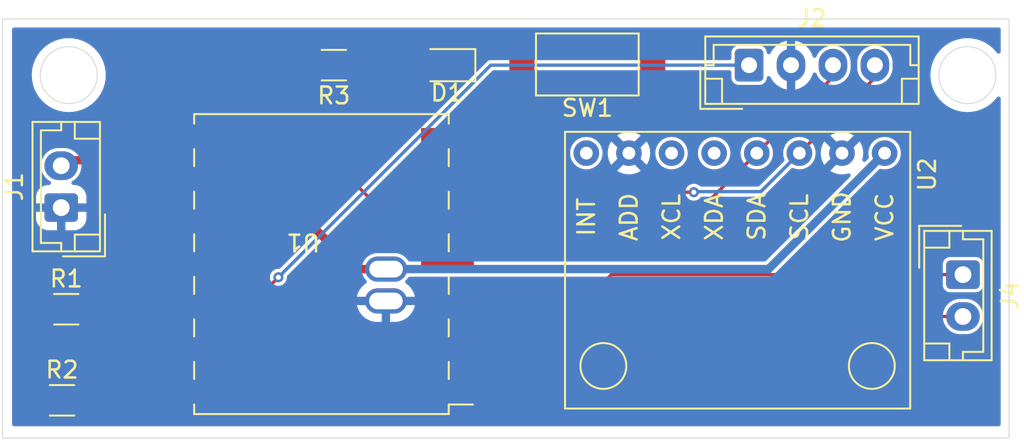
<source format=kicad_pcb>
(kicad_pcb (version 20240108) (generator "pcbnew") (generator_version "8.0")
  (layers (0 "F.Cu" signal) (31 "B.Cu" signal) (34 "B.Paste" user) (35 "F.Paste" user) (36 "B.SilkS" user "B.Silkscreen") (37 "F.SilkS" user "F.Silkscreen") (38 "B.Mask" user) (39 "F.Mask" user) (44 "Edge.Cuts" user))
  (net 0 "")
  (net 1 "GND")
  (net 2 "Net-(D1-A)")
  (net 3 "+3V8")
  (net 4 "/SDA")
  (net 5 "/SCL")
  (net 6 "+3.3V")
  (net 7 "/D2")
  (net 8 "/D1")
  (net 9 "Net-(U1-D0)")
  (net 10 "Net-(U1-D3)")
  (net 15 "Net-(U1-D6)")
  (footprint "Button_Switch_SMD:SW_SPST_CK_RS282G05A3" (layer "F.Cu") (at 54.61 29.21 180)
    (property "Reference" "SW1" (at 0 -2.6 180) (layer "F.SilkS"))
    (property "Value" "SW_Push")
    (fp_line (start 3.06 1.85) (end -3.06 1.85) (stroke (width 0.12)) (layer "F.SilkS"))
    (fp_line (start 3.06 -1.85) (end 3.06 1.85) (stroke (width 0.12)) (layer "F.SilkS"))
    (fp_line (start -3.06 1.85) (end -3.06 -1.85) (stroke (width 0.12)) (layer "F.SilkS"))
    (fp_line (start -3.06 -1.85) (end 3.06 -1.85) (stroke (width 0.12)) (layer "F.SilkS"))
    (pad "1" smd rect (at -3.9 0 180) (size 1.5 1.5) (layers "F.Cu" "F.Paste" "F.Mask") (net 1 "GND"))
    (pad "2" smd rect (at 3.9 0 180) (size 1.5 1.5) (layers "F.Cu" "F.Paste" "F.Mask") (net 15 "Net-(U1-D6)"))
  )
  (footprint "usini_sensors:module_mpu6050" (layer "F.Cu") (at 54.55 34.5 -90)
    (property "Reference" "U2" (at 1.27 -20.32 90) (layer "F.SilkS"))
    (property "Value" "module_mpu6050")
    (fp_line (start -1.27 1.27) (end -1.27 -19.304) (stroke (width 0.12)) (layer "F.SilkS"))
    (fp_line (start 15.24 1.27) (end -1.27 1.27) (stroke (width 0.12)) (layer "F.SilkS"))
    (fp_line (start -1.27 -19.304) (end 15.24 -19.304) (stroke (width 0.12)) (layer "F.SilkS"))
    (fp_line (start 15.24 -19.304) (end 15.24 1.27) (stroke (width 0.12)) (layer "F.SilkS"))
    (fp_circle (center 12.7 -1.016) (end 13.208 0.254) (stroke (width 0.12)) (fill none) (layer "F.SilkS"))
    (fp_circle (center 12.7 -17.018) (end 13.208 -15.748) (stroke (width 0.12)) (fill none) (layer "F.SilkS"))
    (fp_text user "XDA" (at 3.81 -7.62 90) (layer "F.SilkS"))
    (fp_text user "SDA" (at 3.81 -10.16 90) (layer "F.SilkS"))
    (fp_text user "SCL" (at 3.81 -12.7 90) (layer "F.SilkS"))
    (fp_text user "VCC" (at 3.81 -17.78 90) (layer "F.SilkS"))
    (fp_text user "GND" (at 3.81 -15.24 90) (layer "F.SilkS"))
    (fp_text user "ADD" (at 3.81 -2.54 90) (layer "F.SilkS"))
    (fp_text user "INT" (at 3.81 0 90) (layer "F.SilkS"))
    (fp_text user "XCL" (at 3.81 -5.08 90) (layer "F.SilkS"))
    (pad "1" thru_hole circle (at 0 -17.78 270) (size 1.524 1.524) (drill 0.762) (layers "*.Cu" "*.Mask") (net 3 "+3V8"))
    (pad "2" thru_hole circle (at 0 -15.24 270) (size 1.524 1.524) (drill 0.762) (layers "*.Cu" "*.Mask") (net 1 "GND"))
    (pad "3" thru_hole circle (at 0 -12.7 270) (size 1.524 1.524) (drill 0.762) (layers "*.Cu" "*.Mask") (net 5 "/SCL"))
    (pad "4" thru_hole circle (at 0 -10.16 270) (size 1.524 1.524) (drill 0.762) (layers "*.Cu" "*.Mask") (net 4 "/SDA"))
    (pad "5" thru_hole circle (at 0 -7.62 270) (size 1.524 1.524) (drill 0.762) (layers "*.Cu" "*.Mask"))
    (pad "6" thru_hole circle (at 0 -5.08 270) (size 1.524 1.524) (drill 0.762) (layers "*.Cu" "*.Mask"))
    (pad "7" thru_hole circle (at 0 -2.54 270) (size 1.524 1.524) (drill 0.762) (layers "*.Cu" "*.Mask") (net 1 "GND"))
    (pad "8" thru_hole circle (at 0 0 270) (size 1.524 1.524) (drill 0.762) (layers "*.Cu" "*.Mask"))
  )
  (footprint "XIAO_ESP32C3-main:xiao_esp32c3" (layer "F.Cu") (at 37.675 39.32 180)
    (property "Reference" "U1" (at 0 -0.5 180) (layer "F.SilkS"))
    (property "Value" "XIAO ESP32C3")
    (fp_line (start 6.5 6.58) (end 6.5 7.15) (stroke (width 0.12)) (layer "F.SilkS"))
    (fp_line (start 6.5 4.04) (end 6.5 5.06) (stroke (width 0.12)) (layer "F.SilkS"))
    (fp_line (start 6.5 1.5) (end 6.5 2.52) (stroke (width 0.12)) (layer "F.SilkS"))
    (fp_line (start 6.5 -1.04) (end 6.5 -0.02) (stroke (width 0.12)) (layer "F.SilkS"))
    (fp_line (start 6.5 -3.58) (end 6.5 -2.56) (stroke (width 0.12)) (layer "F.SilkS"))
    (fp_line (start 6.5 -6.12) (end 6.5 -5.1) (stroke (width 0.12)) (layer "F.SilkS"))
    (fp_line (start 6.5 -8.66) (end 6.5 -7.64) (stroke (width 0.12)) (layer "F.SilkS"))
    (fp_line (start 6.5 -10.75) (end 6.5 -10.18) (stroke (width 0.12)) (layer "F.SilkS"))
    (fp_line (start -8.675 7.15) (end 6.5 7.15) (stroke (width 0.12)) (layer "F.SilkS"))
    (fp_line (start -8.675 6.58) (end -8.675 7.15) (stroke (width 0.12)) (layer "F.SilkS"))
    (fp_line (start -8.675 4.04) (end -8.675 5.06) (stroke (width 0.12)) (layer "F.SilkS"))
    (fp_line (start -8.675 1.5) (end -8.675 2.52) (stroke (width 0.12)) (layer "F.SilkS"))
    (fp_line (start -8.675 -1.04) (end -8.675 -0.02) (stroke (width 0.12)) (layer "F.SilkS"))
    (fp_line (start -8.675 -3.58) (end -8.675 -2.56) (stroke (width 0.12)) (layer "F.SilkS"))
    (fp_line (start -8.675 -6.12) (end -8.675 -5.1) (stroke (width 0.12)) (layer "F.SilkS"))
    (fp_line (start -8.675 -8.66) (end -8.675 -7.64) (stroke (width 0.12)) (layer "F.SilkS"))
    (fp_line (start -8.675 -10.75) (end 6.5 -10.75) (stroke (width 0.12)) (layer "F.SilkS"))
    (fp_line (start -8.675 -10.75) (end -8.675 -10.18) (stroke (width 0.12)) (layer "F.SilkS"))
    (fp_line (start -10.115 -10.18) (end -8.675 -10.18) (stroke (width 0.12)) (layer "F.SilkS"))
    (pad "1" smd rect (at -8.6 -9.42 180) (size 3.15 1) (layers "F.Cu" "F.Paste" "F.Mask") (net 9 "Net-(U1-D0)"))
    (pad "2" smd rect (at -8.6 -6.88 180) (size 3.15 1) (layers "F.Cu" "F.Paste" "F.Mask") (net 8 "/D1"))
    (pad "3" smd rect (at -8.6 -4.34 180) (size 3.15 1) (layers "F.Cu" "F.Paste" "F.Mask") (net 7 "/D2"))
    (pad "4" smd rect (at -8.6 -1.8 180) (size 3.15 1) (layers "F.Cu" "F.Paste" "F.Mask") (net 10 "Net-(U1-D3)"))
    (pad "5" smd rect (at -8.6 0.74 180) (size 3.15 1) (layers "F.Cu" "F.Paste" "F.Mask") (net 4 "/SDA"))
    (pad "6" smd rect (at -8.6 3.28 180) (size 3.15 1) (layers "F.Cu" "F.Paste" "F.Mask") (net 5 "/SCL"))
    (pad "7" smd rect (at -8.6 5.82 180) (size 3.15 1) (layers "F.Cu" "F.Paste" "F.Mask") (net 15 "Net-(U1-D6)"))
    (pad "8" smd rect (at 7.425 5.82 180) (size 3.15 1) (layers "F.Cu" "F.Paste" "F.Mask"))
    (pad "9" smd rect (at 7.425 3.28 180) (size 3.15 1) (layers "F.Cu" "F.Paste" "F.Mask"))
    (pad "10" smd rect (at 7.425 0.74 180) (size 3.15 1) (layers "F.Cu" "F.Paste" "F.Mask"))
    (pad "11" smd rect (at 7.425 -1.8 180) (size 3.15 1) (layers "F.Cu" "F.Paste" "F.Mask"))
    (pad "12" smd rect (at 7.425 -4.34 180) (size 3.15 1) (layers "F.Cu" "F.Paste" "F.Mask") (net 6 "+3.3V"))
    (pad "13" smd rect (at 7.425 -6.88 180) (size 3.15 1) (layers "F.Cu" "F.Paste" "F.Mask") (net 1 "GND"))
    (pad "14" smd rect (at 7.425 -9.42 180) (size 3.15 1) (layers "F.Cu" "F.Paste" "F.Mask"))
    (pad "B+" thru_hole oval (at -4.94 -2.1 180) (size 2.5 1.5) (drill oval 2 1) (layers "*.Cu" "*.Mask") (net 3 "+3V8"))
    (pad "B-" thru_hole oval (at -4.929 -4 180) (size 2.5 1.5) (drill oval 2 1) (layers "*.Cu" "*.Mask") (net 1 "GND"))
  )
  (footprint "LED_SMD:LED_0805_2012Metric" (layer "F.Cu") (at 46.25 29.25 180)
    (property "Reference" "D1" (at 0 -1.65 360) (layer "F.SilkS"))
    (property "Value" "LED")
    (fp_line (start 1 -0.96) (end -1.685 -0.96) (stroke (width 0.12)) (layer "F.SilkS"))
    (fp_line (start -1.685 0.96) (end 1 0.96) (stroke (width 0.12)) (layer "F.SilkS"))
    (fp_line (start -1.685 -0.96) (end -1.685 0.96) (stroke (width 0.12)) (layer "F.SilkS"))
    (pad "1" smd roundrect (at -0.9375 0 180) (size 0.975 1.4) (layers "F.Cu" "F.Paste" "F.Mask") (net 1 "GND"))
    (pad "2" smd roundrect (at 0.9375 0 180) (size 0.975 1.4) (layers "F.Cu" "F.Paste" "F.Mask") (net 2 "Net-(D1-A)"))
  )
  (footprint "Resistor_SMD:R_1206_3216Metric_Pad1.30x1.75mm_HandSolder" (layer "F.Cu") (at 23.3 49.25)
    (property "Reference" "R2" (at 0 -1.82 0) (layer "F.SilkS"))
    (property "Value" "22k")
    (fp_line (start -0.727064 -0.91) (end 0.727064 -0.91) (stroke (width 0.12)) (layer "F.SilkS"))
    (fp_line (start -0.727064 0.91) (end 0.727064 0.91) (stroke (width 0.12)) (layer "F.SilkS"))
    (pad "1" smd roundrect (at -1.55 0) (size 1.3 1.75) (layers "F.Cu" "F.Paste" "F.Mask") (roundrect_rratio 0.192308) (net 9 "Net-(U1-D0)"))
    (pad "2" smd roundrect (at 1.55 0) (size 1.3 1.75) (layers "F.Cu" "F.Paste" "F.Mask") (roundrect_rratio 0.192308) (net 1 "GND"))
  )
  (footprint "Connector_JST:JST_EH_B2B-EH-A_1x02_P2.50mm_Vertical" (layer "F.Cu") (at 23.25 37.75 90)
    (property "Reference" "J1" (at 1.25 -2.8 90) (layer "F.SilkS"))
    (property "Value" "Conn_01x02_Socket")
    (fp_line (start 5.11 -1.71) (end -2.61 -1.71) (stroke (width 0.12)) (layer "F.SilkS"))
    (fp_line (start -2.61 -1.71) (end -2.61 2.31) (stroke (width 0.12)) (layer "F.SilkS"))
    (fp_line (start 4.61 -1.21) (end 4.61 0) (stroke (width 0.12)) (layer "F.SilkS"))
    (fp_line (start -2.11 -1.21) (end 4.61 -1.21) (stroke (width 0.12)) (layer "F.SilkS"))
    (fp_line (start 4.61 0) (end 5.11 0) (stroke (width 0.12)) (layer "F.SilkS"))
    (fp_line (start -2.11 0) (end -2.11 -1.21) (stroke (width 0.12)) (layer "F.SilkS"))
    (fp_line (start -2.61 0) (end -2.11 0) (stroke (width 0.12)) (layer "F.SilkS"))
    (fp_line (start -2.91 0.11) (end -2.91 2.61) (stroke (width 0.12)) (layer "F.SilkS"))
    (fp_line (start 5.11 0.81) (end 4.11 0.81) (stroke (width 0.12)) (layer "F.SilkS"))
    (fp_line (start 4.11 0.81) (end 4.11 2.31) (stroke (width 0.12)) (layer "F.SilkS"))
    (fp_line (start -1.61 0.81) (end -1.61 2.31) (stroke (width 0.12)) (layer "F.SilkS"))
    (fp_line (start -2.61 0.81) (end -1.61 0.81) (stroke (width 0.12)) (layer "F.SilkS"))
    (fp_line (start 5.11 2.31) (end 5.11 -1.71) (stroke (width 0.12)) (layer "F.SilkS"))
    (fp_line (start -2.61 2.31) (end 5.11 2.31) (stroke (width 0.12)) (layer "F.SilkS"))
    (fp_line (start -2.91 2.61) (end -0.41 2.61) (stroke (width 0.12)) (layer "F.SilkS"))
    (pad "1" thru_hole roundrect (at 0 0 90) (size 1.7 2) (drill 1) (layers "*.Cu" "*.Mask") (roundrect_rratio 0.147059) (net 1 "GND"))
    (pad "2" thru_hole oval (at 2.5 0 90) (size 1.7 2) (drill 1) (layers "*.Cu" "*.Mask") (net 3 "+3V8"))
  )
  (footprint "Connector_JST:JST_EH_B2B-EH-A_1x02_P2.50mm_Vertical" (layer "F.Cu") (at 77 41.75 -90)
    (property "Reference" "J4" (at 1.25 -2.8 90) (layer "F.SilkS"))
    (property "Value" "Conn_01x02_Socket")
    (fp_line (start -2.91 2.61) (end -0.41 2.61) (stroke (width 0.12)) (layer "F.SilkS"))
    (fp_line (start -2.61 2.31) (end 5.11 2.31) (stroke (width 0.12)) (layer "F.SilkS"))
    (fp_line (start 5.11 2.31) (end 5.11 -1.71) (stroke (width 0.12)) (layer "F.SilkS"))
    (fp_line (start -2.61 0.81) (end -1.61 0.81) (stroke (width 0.12)) (layer "F.SilkS"))
    (fp_line (start -1.61 0.81) (end -1.61 2.31) (stroke (width 0.12)) (layer "F.SilkS"))
    (fp_line (start 4.11 0.81) (end 4.11 2.31) (stroke (width 0.12)) (layer "F.SilkS"))
    (fp_line (start 5.11 0.81) (end 4.11 0.81) (stroke (width 0.12)) (layer "F.SilkS"))
    (fp_line (start -2.91 0.11) (end -2.91 2.61) (stroke (width 0.12)) (layer "F.SilkS"))
    (fp_line (start -2.61 0) (end -2.11 0) (stroke (width 0.12)) (layer "F.SilkS"))
    (fp_line (start -2.11 0) (end -2.11 -1.21) (stroke (width 0.12)) (layer "F.SilkS"))
    (fp_line (start 4.61 0) (end 5.11 0) (stroke (width 0.12)) (layer "F.SilkS"))
    (fp_line (start -2.11 -1.21) (end 4.61 -1.21) (stroke (width 0.12)) (layer "F.SilkS"))
    (fp_line (start 4.61 -1.21) (end 4.61 0) (stroke (width 0.12)) (layer "F.SilkS"))
    (fp_line (start -2.61 -1.71) (end -2.61 2.31) (stroke (width 0.12)) (layer "F.SilkS"))
    (fp_line (start 5.11 -1.71) (end -2.61 -1.71) (stroke (width 0.12)) (layer "F.SilkS"))
    (pad "1" thru_hole roundrect (at 0 0 270) (size 1.7 2) (drill 1) (layers "*.Cu" "*.Mask") (roundrect_rratio 0.147059) (net 7 "/D2"))
    (pad "2" thru_hole oval (at 2.5 0 270) (size 1.7 2) (drill 1) (layers "*.Cu" "*.Mask") (net 8 "/D1"))
  )
  (footprint "Connector_JST:JST_EH_B4B-EH-A_1x04_P2.50mm_Vertical" (layer "F.Cu") (at 64.25 29.25)
    (property "Reference" "J2" (at 3.75 -2.8 360) (layer "F.SilkS"))
    (property "Value" "Conn_01x04_Socket")
    (fp_line (start -2.91 0.11) (end -2.91 2.61) (stroke (width 0.12)) (layer "F.SilkS"))
    (fp_line (start -2.91 2.61) (end -0.41 2.61) (stroke (width 0.12)) (layer "F.SilkS"))
    (fp_line (start -2.61 -1.71) (end -2.61 2.31) (stroke (width 0.12)) (layer "F.SilkS"))
    (fp_line (start -2.61 0) (end -2.11 0) (stroke (width 0.12)) (layer "F.SilkS"))
    (fp_line (start -2.61 0.81) (end -1.61 0.81) (stroke (width 0.12)) (layer "F.SilkS"))
    (fp_line (start -2.61 2.31) (end 10.11 2.31) (stroke (width 0.12)) (layer "F.SilkS"))
    (fp_line (start -2.11 -1.21) (end 9.61 -1.21) (stroke (width 0.12)) (layer "F.SilkS"))
    (fp_line (start -2.11 0) (end -2.11 -1.21) (stroke (width 0.12)) (layer "F.SilkS"))
    (fp_line (start -1.61 0.81) (end -1.61 2.31) (stroke (width 0.12)) (layer "F.SilkS"))
    (fp_line (start 9.11 0.81) (end 9.11 2.31) (stroke (width 0.12)) (layer "F.SilkS"))
    (fp_line (start 9.61 -1.21) (end 9.61 0) (stroke (width 0.12)) (layer "F.SilkS"))
    (fp_line (start 9.61 0) (end 10.11 0) (stroke (width 0.12)) (layer "F.SilkS"))
    (fp_line (start 10.11 -1.71) (end -2.61 -1.71) (stroke (width 0.12)) (layer "F.SilkS"))
    (fp_line (start 10.11 0.81) (end 9.11 0.81) (stroke (width 0.12)) (layer "F.SilkS"))
    (fp_line (start 10.11 2.31) (end 10.11 -1.71) (stroke (width 0.12)) (layer "F.SilkS"))
    (pad "1" thru_hole roundrect (at 0 0) (size 1.7 1.95) (drill 0.95) (layers "*.Cu" "*.Mask") (roundrect_rratio 0.147059) (net 6 "+3.3V"))
    (pad "2" thru_hole oval (at 2.5 0) (size 1.7 1.95) (drill 0.95) (layers "*.Cu" "*.Mask") (net 1 "GND"))
    (pad "3" thru_hole oval (at 5 0) (size 1.7 1.95) (drill 0.95) (layers "*.Cu" "*.Mask") (net 4 "/SDA"))
    (pad "4" thru_hole oval (at 7.5 0) (size 1.7 1.95) (drill 0.95) (layers "*.Cu" "*.Mask") (net 5 "/SCL"))
  )
  (footprint "Resistor_SMD:R_1206_3216Metric_Pad1.30x1.75mm_HandSolder" (layer "F.Cu") (at 23.55 43.815)
    (property "Reference" "R1" (at 0 -1.82 0) (layer "F.SilkS"))
    (property "Value" "22k")
    (fp_line (start -0.727064 -0.91) (end 0.727064 -0.91) (stroke (width 0.12)) (layer "F.SilkS"))
    (fp_line (start -0.727064 0.91) (end 0.727064 0.91) (stroke (width 0.12)) (layer "F.SilkS"))
    (pad "1" smd roundrect (at -1.55 0) (size 1.3 1.75) (layers "F.Cu" "F.Paste" "F.Mask") (roundrect_rratio 0.192308) (net 9 "Net-(U1-D0)"))
    (pad "2" smd roundrect (at 1.55 0) (size 1.3 1.75) (layers "F.Cu" "F.Paste" "F.Mask") (roundrect_rratio 0.192308) (net 6 "+3.3V"))
  )
  (footprint "Resistor_SMD:R_1206_3216Metric_Pad1.30x1.75mm_HandSolder" (layer "F.Cu") (at 39.5 29.25 180)
    (property "Reference" "R3" (at 0 -1.82 360) (layer "F.SilkS"))
    (property "Value" "130")
    (fp_line (start -0.727064 0.91) (end 0.727064 0.91) (stroke (width 0.12)) (layer "F.SilkS"))
    (fp_line (start -0.727064 -0.91) (end 0.727064 -0.91) (stroke (width 0.12)) (layer "F.SilkS"))
    (pad "1" smd roundrect (at -1.55 0 180) (size 1.3 1.75) (layers "F.Cu" "F.Paste" "F.Mask") (roundrect_rratio 0.192308) (net 2 "Net-(D1-A)"))
    (pad "2" smd roundrect (at 1.55 0 180) (size 1.3 1.75) (layers "F.Cu" "F.Paste" "F.Mask") (roundrect_rratio 0.192308) (net 10 "Net-(U1-D3)"))
  )
  (gr_circle (center 77.265 29.845) (end 78.965 29.845) (stroke (width 0.05)) (fill none) (layer "Edge.Cuts"))
  (gr_circle (center 23.7 29.845) (end 25.4 29.845) (stroke (width 0.05)) (fill none) (layer "Edge.Cuts"))
  (gr_rect (start 19.75 26.5) (end 79.75 51.5) (stroke (width 0.05)) (fill none) (layer "Edge.Cuts"))
  (segment (start 41.05 29.25) (end 45.3125 29.25) (width 0.2) (layer "F.Cu") (net 2))
  (segment (start 23.575 34.925) (end 23.25 35.25) (width 0.5) (layer "F.Cu") (net 3))
  (segment (start 34.29 34.925) (end 23.575 34.925) (width 0.5) (layer "F.Cu") (net 3))
  (segment (start 42.615 41.42) (end 40.785 41.42) (width 0.5) (layer "F.Cu") (net 3))
  (segment (start 40.785 41.42) (end 34.29 34.925) (width 0.5) (layer "F.Cu") (net 3))
  (segment (start 72.33 34.5) (end 65.41 41.42) (width 0.5) (layer "B.Cu") (net 3))
  (segment (start 65.41 41.42) (end 42.615 41.42) (width 0.5) (layer "B.Cu") (net 3))
  (segment (start 69.25 29.25) (end 69.25 29.96) (width 0.2) (layer "F.Cu") (net 4))
  (segment (start 69.25 29.96) (end 64.71 34.5) (width 0.2) (layer "F.Cu") (net 4))
  (segment (start 64.71 34.5) (end 60.63 38.58) (width 0.2) (layer "F.Cu") (net 4))
  (segment (start 60.63 38.58) (end 46.275 38.58) (width 0.2) (layer "F.Cu") (net 4))
  (segment (start 60.96 36.83) (end 50.8 36.83) (width 0.2) (layer "F.Cu") (net 5))
  (segment (start 50.8 36.83) (end 50.01 36.04) (width 0.2) (layer "F.Cu") (net 5))
  (segment (start 50.01 36.04) (end 46.275 36.04) (width 0.2) (layer "F.Cu") (net 5))
  (segment (start 71.75 30) (end 67.25 34.5) (width 0.2) (layer "F.Cu") (net 5))
  (segment (start 71.75 29.25) (end 71.75 30) (width 0.2) (layer "F.Cu") (net 5))
  (via (at 60.96 36.83) (size 0.6) (drill 0.3) (layers "F.Cu" "B.Cu") (net 5))
  (segment (start 64.951765 36.798235) (end 67.25 34.5) (width 0.2) (layer "B.Cu") (net 5))
  (segment (start 60.991765 36.798235) (end 64.951765 36.798235) (width 0.2) (layer "B.Cu") (net 5))
  (segment (start 60.96 36.83) (end 60.991765 36.798235) (width 0.2) (layer "B.Cu") (net 5))
  (segment (start 34.445 43.66) (end 36.195 41.91) (width 0.2) (layer "F.Cu") (net 6))
  (segment (start 30.25 43.66) (end 25.255 43.66) (width 0.5) (layer "F.Cu") (net 6))
  (segment (start 25.255 43.66) (end 25.1 43.815) (width 0.5) (layer "F.Cu") (net 6))
  (segment (start 30.25 43.66) (end 34.445 43.66) (width 0.2) (layer "F.Cu") (net 6))
  (via (at 36.195 41.91) (size 0.6) (drill 0.3) (layers "F.Cu" "B.Cu") (net 6))
  (segment (start 36.195 41.91) (end 48.855 29.25) (width 0.2) (layer "B.Cu") (net 6))
  (segment (start 48.855 29.25) (end 64.25 29.25) (width 0.2) (layer "B.Cu") (net 6))
  (segment (start 54.13 43.66) (end 46.275 43.66) (width 0.2) (layer "F.Cu") (net 7))
  (segment (start 77 41.75) (end 56.04 41.75) (width 0.2) (layer "F.Cu") (net 7))
  (segment (start 56.04 41.75) (end 54.13 43.66) (width 0.2) (layer "F.Cu") (net 7))
  (segment (start 77 44.25) (end 55.445 44.25) (width 0.2) (layer "F.Cu") (net 8))
  (segment (start 53.495 46.2) (end 46.275 46.2) (width 0.2) (layer "F.Cu") (net 8))
  (segment (start 55.445 44.25) (end 53.495 46.2) (width 0.2) (layer "F.Cu") (net 8))
  (segment (start 21.75 49.25) (end 21.75 44.065) (width 0.5) (layer "F.Cu") (net 9))
  (segment (start 21.75 44.065) (end 22 43.815) (width 0.5) (layer "F.Cu") (net 9))
  (segment (start 46.275 41.12) (end 45.565 41.12) (width 0.2) (layer "F.Cu") (net 10))
  (segment (start 45.565 41.12) (end 37.95 33.505) (width 0.2) (layer "F.Cu") (net 10))
  (segment (start 37.95 33.505) (end 37.95 29.25) (width 0.2) (layer "F.Cu") (net 10))
  (segment (start 50.71 32.475) (end 49.685 33.5) (width 0.2) (layer "F.Cu") (net 15))
  (segment (start 50.71 29.21) (end 50.71 32.475) (width 0.2) (layer "F.Cu") (net 15))
  (segment (start 49.685 33.5) (end 46.275 33.5) (width 0.2) (layer "F.Cu") (net 15))
  (zone (net 1) (net_name "GND") (layer "B.Cu") (connect_pads (clearance 0.2)) (min_thickness 0.25) (fill yes (thermal_gap 0.5) (thermal_bridge_width 0.5))
    (polygon (pts (xy 20.32 26.67) (xy 20.32 50.8) (xy 79.375 50.8) (xy 79.375 26.67)))
  )
)
</source>
